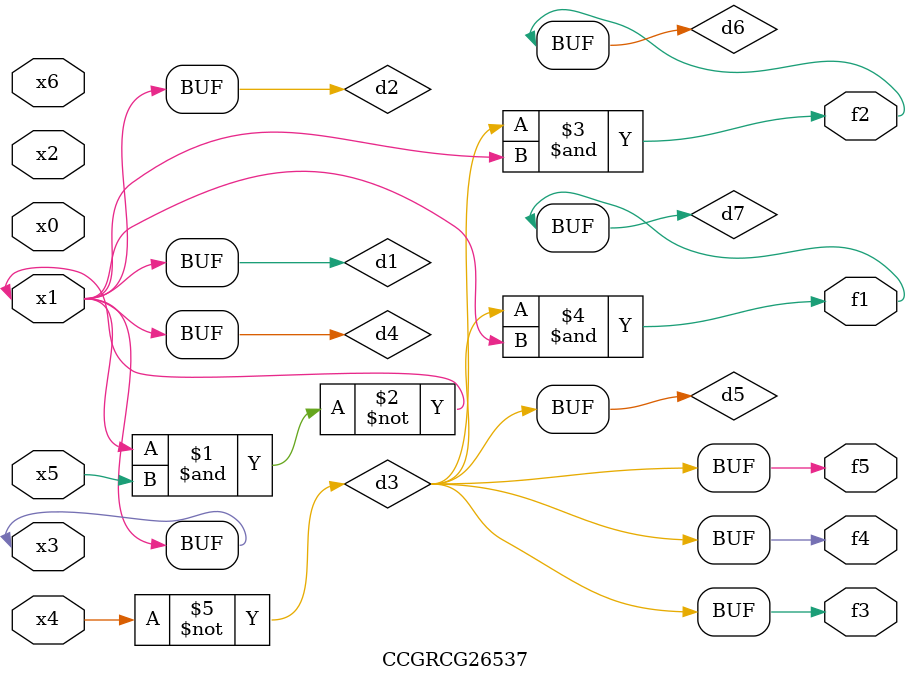
<source format=v>
module CCGRCG26537(
	input x0, x1, x2, x3, x4, x5, x6,
	output f1, f2, f3, f4, f5
);

	wire d1, d2, d3, d4, d5, d6, d7;

	buf (d1, x1, x3);
	nand (d2, x1, x5);
	not (d3, x4);
	buf (d4, d1, d2);
	buf (d5, d3);
	and (d6, d3, d4);
	and (d7, d3, d4);
	assign f1 = d7;
	assign f2 = d6;
	assign f3 = d5;
	assign f4 = d5;
	assign f5 = d5;
endmodule

</source>
